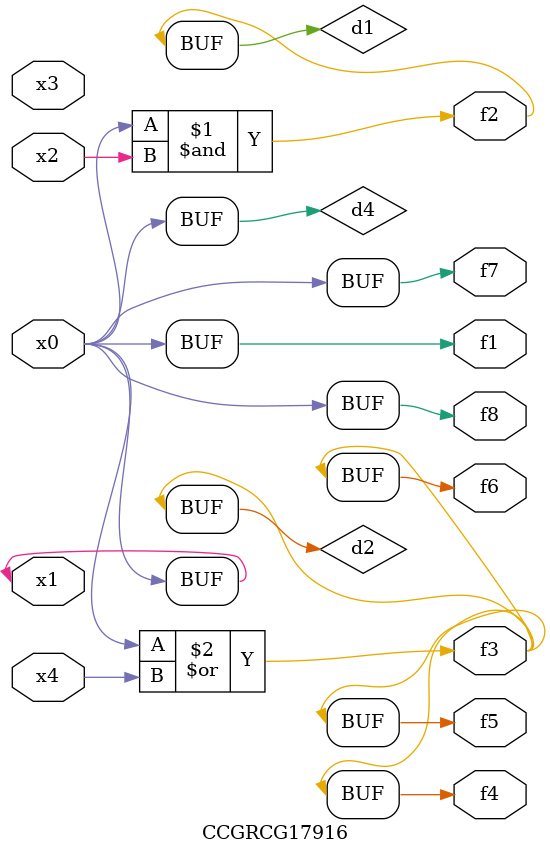
<source format=v>
module CCGRCG17916(
	input x0, x1, x2, x3, x4,
	output f1, f2, f3, f4, f5, f6, f7, f8
);

	wire d1, d2, d3, d4;

	and (d1, x0, x2);
	or (d2, x0, x4);
	nand (d3, x0, x2);
	buf (d4, x0, x1);
	assign f1 = d4;
	assign f2 = d1;
	assign f3 = d2;
	assign f4 = d2;
	assign f5 = d2;
	assign f6 = d2;
	assign f7 = d4;
	assign f8 = d4;
endmodule

</source>
